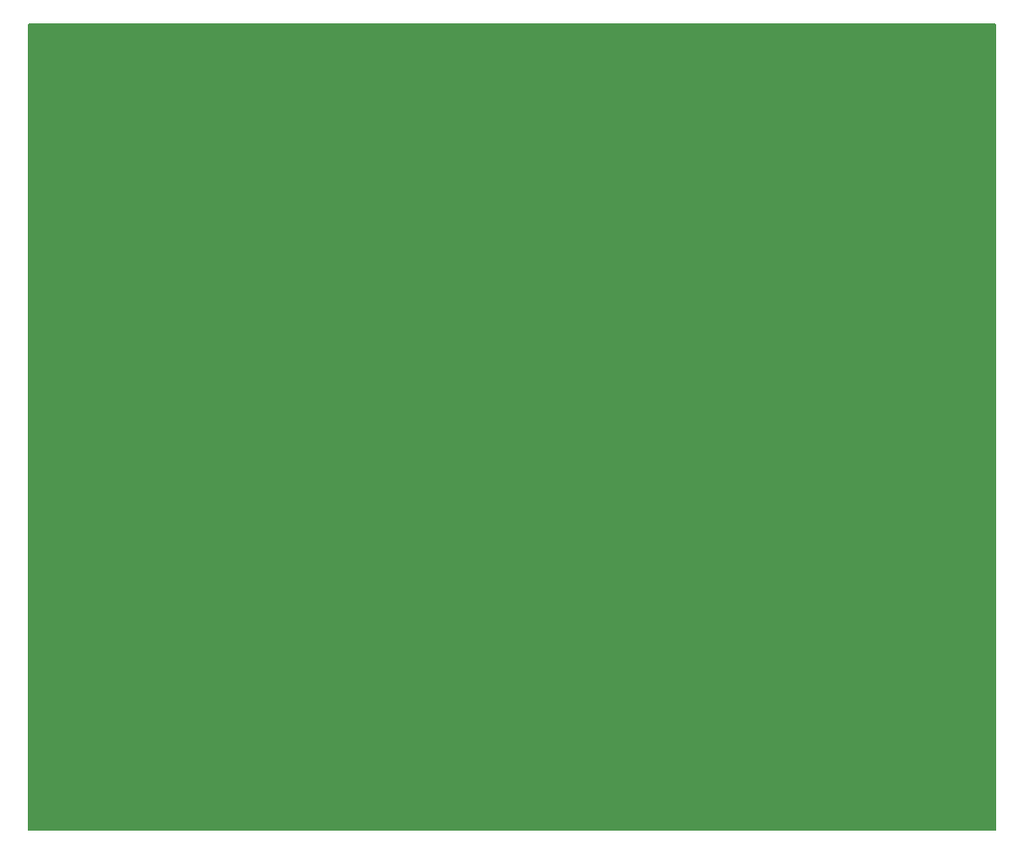
<source format=gbl>
%TF.GenerationSoftware,KiCad,Pcbnew,8.0.4*%
%TF.CreationDate,2024-08-26T14:53:49-04:00*%
%TF.ProjectId,S-Band_1W_R1,532d4261-6e64-45f3-9157-5f52312e6b69,0*%
%TF.SameCoordinates,Original*%
%TF.FileFunction,Copper,L2,Bot*%
%TF.FilePolarity,Positive*%
%FSLAX46Y46*%
G04 Gerber Fmt 4.6, Leading zero omitted, Abs format (unit mm)*
G04 Created by KiCad (PCBNEW 8.0.4) date 2024-08-26 14:53:49*
%MOMM*%
%LPD*%
G01*
G04 APERTURE LIST*
%TA.AperFunction,ComponentPad*%
%ADD10C,0.635000*%
%TD*%
%TA.AperFunction,SMDPad,CuDef*%
%ADD11R,4.572000X1.016000*%
%TD*%
%TA.AperFunction,HeatsinkPad*%
%ADD12C,0.635000*%
%TD*%
%TA.AperFunction,ViaPad*%
%ADD13C,0.635000*%
%TD*%
%TA.AperFunction,ViaPad*%
%ADD14C,2.794000*%
%TD*%
G04 APERTURE END LIST*
D10*
%TO.P,J1,0*%
%TO.N,GND*%
X106172000Y-63754000D03*
X106172000Y-58166000D03*
X105664000Y-64516000D03*
X105664000Y-57404000D03*
X105156000Y-63754000D03*
X105156000Y-58166000D03*
X104648000Y-64516000D03*
X104648000Y-57404000D03*
X104140000Y-63754000D03*
X104140000Y-58166000D03*
D11*
X103962200Y-63728600D03*
X103962200Y-58191400D03*
D10*
X103632000Y-64516000D03*
X103632000Y-57404000D03*
X103124000Y-63754000D03*
X103124000Y-58166000D03*
X102616000Y-64516000D03*
X102616000Y-57404000D03*
X102108000Y-63754000D03*
X102108000Y-58166000D03*
%TD*%
%TO.P,J3,0*%
%TO.N,GND*%
X106172000Y-91694000D03*
X106172000Y-86106000D03*
X105664000Y-92456000D03*
X105664000Y-85344000D03*
X105156000Y-91694000D03*
X105156000Y-86106000D03*
X104648000Y-92456000D03*
X104648000Y-85344000D03*
X104140000Y-91694000D03*
X104140000Y-86106000D03*
D11*
X103962200Y-91668600D03*
X103962200Y-86131400D03*
D10*
X103632000Y-92456000D03*
X103632000Y-85344000D03*
X103124000Y-91694000D03*
X103124000Y-86106000D03*
X102616000Y-92456000D03*
X102616000Y-85344000D03*
X102108000Y-91694000D03*
X102108000Y-86106000D03*
%TD*%
%TO.P,J2,0*%
%TO.N,GND*%
X188468000Y-58166000D03*
X188468000Y-63754000D03*
X188976000Y-57404000D03*
X188976000Y-64516000D03*
X189484000Y-58166000D03*
X189484000Y-63754000D03*
X189992000Y-57404000D03*
X189992000Y-64516000D03*
X190500000Y-58166000D03*
X190500000Y-63754000D03*
D11*
X190677800Y-58191400D03*
X190677800Y-63728600D03*
D10*
X191008000Y-57404000D03*
X191008000Y-64516000D03*
X191516000Y-58166000D03*
X191516000Y-63754000D03*
X192024000Y-57404000D03*
X192024000Y-64516000D03*
X192532000Y-58166000D03*
X192532000Y-63754000D03*
%TD*%
%TO.P,J4,0*%
%TO.N,GND*%
X188468000Y-86106000D03*
X188468000Y-91694000D03*
X188976000Y-85344000D03*
X188976000Y-92456000D03*
X189484000Y-86106000D03*
X189484000Y-91694000D03*
X189992000Y-85344000D03*
X189992000Y-92456000D03*
X190500000Y-86106000D03*
X190500000Y-91694000D03*
D11*
X190677800Y-86131400D03*
X190677800Y-91668600D03*
D10*
X191008000Y-85344000D03*
X191008000Y-92456000D03*
X191516000Y-86106000D03*
X191516000Y-91694000D03*
X192024000Y-85344000D03*
X192024000Y-92456000D03*
X192532000Y-86106000D03*
X192532000Y-91694000D03*
%TD*%
D12*
%TO.P,U1,0*%
%TO.N,GND*%
X146304000Y-86410800D03*
X146362500Y-84861400D03*
X146812000Y-85648800D03*
X146812000Y-87172800D03*
X146862800Y-84124800D03*
X147320000Y-84886800D03*
X147320000Y-86410800D03*
X147320000Y-87934800D03*
X147320000Y-88696800D03*
X147320000Y-89458800D03*
X147828000Y-84124800D03*
X147828000Y-85648800D03*
X147828000Y-87172800D03*
X148336000Y-84861400D03*
X148336000Y-86410800D03*
%TD*%
D10*
%TO.P,J5,0*%
%TO.N,GND*%
X106172000Y-119634000D03*
X106172000Y-114046000D03*
X105664000Y-120396000D03*
X105664000Y-113284000D03*
X105156000Y-119634000D03*
X105156000Y-114046000D03*
X104648000Y-120396000D03*
X104648000Y-113284000D03*
X104140000Y-119634000D03*
X104140000Y-114046000D03*
D11*
X103962200Y-119608600D03*
X103962200Y-114071400D03*
D10*
X103632000Y-120396000D03*
X103632000Y-113284000D03*
X103124000Y-119634000D03*
X103124000Y-114046000D03*
X102616000Y-120396000D03*
X102616000Y-113284000D03*
X102108000Y-119634000D03*
X102108000Y-114046000D03*
%TD*%
%TO.P,J6,0*%
%TO.N,GND*%
X188468000Y-114046000D03*
X188468000Y-119634000D03*
X188976000Y-113284000D03*
X188976000Y-120396000D03*
X189484000Y-114046000D03*
X189484000Y-119634000D03*
X189992000Y-113284000D03*
X189992000Y-120396000D03*
X190500000Y-114046000D03*
X190500000Y-119634000D03*
D11*
X190677800Y-114071400D03*
X190677800Y-119608600D03*
D10*
X191008000Y-113284000D03*
X191008000Y-120396000D03*
X191516000Y-114046000D03*
X191516000Y-119634000D03*
X192024000Y-113284000D03*
X192024000Y-120396000D03*
X192532000Y-114046000D03*
X192532000Y-119634000D03*
%TD*%
D13*
%TO.N,GND*%
X142748000Y-93980000D03*
X179324000Y-51308000D03*
X184404000Y-72898000D03*
X184404000Y-108966000D03*
X136652000Y-64770000D03*
X181356000Y-126492000D03*
X149352000Y-63754000D03*
X110236000Y-104902000D03*
X132588000Y-110998000D03*
X109220000Y-51308000D03*
X145542000Y-103378000D03*
X120396000Y-96774000D03*
X192532000Y-110998000D03*
X176276000Y-126492000D03*
X151384000Y-120142000D03*
X116332000Y-122428000D03*
X106172000Y-94742000D03*
X114300000Y-78994000D03*
X102108000Y-125476000D03*
X175260000Y-114808000D03*
X132588000Y-102870000D03*
X102108000Y-102870000D03*
X170180000Y-126492000D03*
X136652000Y-58928000D03*
X190500000Y-72898000D03*
X108204000Y-76962000D03*
X118364000Y-114808000D03*
X151892000Y-53340000D03*
X112268000Y-55372000D03*
X166116000Y-94742000D03*
X174244000Y-70866000D03*
X111252000Y-62992000D03*
X186436000Y-106934000D03*
X118364000Y-126492000D03*
X184404000Y-113030000D03*
X145796000Y-126492000D03*
X176276000Y-114808000D03*
X173228000Y-86868000D03*
X126492000Y-78994000D03*
X176276000Y-57404000D03*
X174244000Y-98806000D03*
X171196000Y-62992000D03*
X132588000Y-78994000D03*
X113284000Y-62992000D03*
X114300000Y-94742000D03*
X184404000Y-102870000D03*
X162052000Y-78994000D03*
X151892000Y-104902000D03*
X115316000Y-114808000D03*
X167132000Y-51308000D03*
X170180000Y-94742000D03*
X172212000Y-110998000D03*
X174244000Y-124460000D03*
X155956000Y-74930000D03*
X172212000Y-53340000D03*
X147828000Y-76962000D03*
X145542000Y-102362000D03*
X110236000Y-62992000D03*
X157988000Y-74930000D03*
X180340000Y-76962000D03*
X132588000Y-92710000D03*
X141732000Y-58928000D03*
X145542000Y-110490000D03*
X134620000Y-53340000D03*
X153924000Y-98806000D03*
X170180000Y-58928000D03*
X155956000Y-106934000D03*
X155956000Y-86868000D03*
X139700000Y-86868000D03*
X138684000Y-53340000D03*
X130556000Y-86868000D03*
X186436000Y-74930000D03*
X151892000Y-81026000D03*
X134620000Y-100838000D03*
X157988000Y-76962000D03*
X146304000Y-56642000D03*
X114300000Y-72898000D03*
X114300000Y-85090000D03*
X178308000Y-106934000D03*
X182372000Y-122428000D03*
X160020000Y-110998000D03*
X167132000Y-86868000D03*
X156972000Y-126492000D03*
X130556000Y-72898000D03*
X106172000Y-55372000D03*
X146812000Y-53340000D03*
X130556000Y-81026000D03*
X178308000Y-126492000D03*
X124460000Y-122428000D03*
X122428000Y-51308000D03*
X149098000Y-103378000D03*
X136652000Y-114808000D03*
X146812000Y-66802000D03*
X157988000Y-96774000D03*
X132588000Y-66802000D03*
X191516000Y-51308000D03*
X162052000Y-106934000D03*
X167132000Y-90932000D03*
X142748000Y-81026000D03*
X128524000Y-90932000D03*
X124460000Y-114808000D03*
X179324000Y-62992000D03*
X110236000Y-106934000D03*
X153924000Y-124460000D03*
X120396000Y-100838000D03*
X160020000Y-72898000D03*
X122428000Y-124460000D03*
X104140000Y-76962000D03*
X160020000Y-118872000D03*
X178308000Y-122428000D03*
X172212000Y-72898000D03*
X140716000Y-102870000D03*
X132588000Y-85090000D03*
X166116000Y-74930000D03*
X184404000Y-86868000D03*
X143764000Y-90932000D03*
X149860000Y-74930000D03*
X110236000Y-57404000D03*
X157988000Y-106934000D03*
X182372000Y-85090000D03*
X134620000Y-113030000D03*
X106172000Y-51308000D03*
X180340000Y-70866000D03*
X172212000Y-118872000D03*
X120396000Y-72898000D03*
X168148000Y-102870000D03*
X116332000Y-113030000D03*
X120396000Y-124460000D03*
D14*
X105410000Y-109220000D03*
D13*
X157988000Y-90932000D03*
X102108000Y-98806000D03*
X114300000Y-66802000D03*
X157988000Y-120396000D03*
X142748000Y-110998000D03*
X149352000Y-120142000D03*
X102108000Y-74930000D03*
X187452000Y-119634000D03*
X116332000Y-51308000D03*
X176276000Y-102870000D03*
X176276000Y-104902000D03*
X128524000Y-126492000D03*
X114300000Y-70866000D03*
X114300000Y-122428000D03*
X136652000Y-120396000D03*
X124460000Y-120396000D03*
X164084000Y-113030000D03*
X178308000Y-81026000D03*
X184404000Y-57404000D03*
X108204000Y-113030000D03*
X102108000Y-82042000D03*
X124460000Y-78994000D03*
X160020000Y-104902000D03*
X123444000Y-126492000D03*
X140716000Y-66802000D03*
X143764000Y-86868000D03*
X182372000Y-110998000D03*
X110236000Y-81026000D03*
X102108000Y-105918000D03*
X155956000Y-114808000D03*
X134620000Y-92710000D03*
X112268000Y-122428000D03*
X185420000Y-63246000D03*
X173228000Y-62992000D03*
X138684000Y-98806000D03*
X179324000Y-58928000D03*
X144272000Y-120142000D03*
X122428000Y-72898000D03*
X131572000Y-51308000D03*
X126492000Y-120396000D03*
X186436000Y-68834000D03*
X152908000Y-90932000D03*
X110236000Y-74930000D03*
X131572000Y-58928000D03*
X118364000Y-100838000D03*
X160020000Y-102870000D03*
X192532000Y-106934000D03*
X183388000Y-86868000D03*
X160020000Y-122428000D03*
X155956000Y-58928000D03*
X170180000Y-76962000D03*
X114300000Y-90932000D03*
X192532000Y-98806000D03*
X153924000Y-74930000D03*
X130556000Y-58928000D03*
X120396000Y-118872000D03*
X178308000Y-85090000D03*
X110236000Y-58928000D03*
X114300000Y-58928000D03*
X108204000Y-126492000D03*
X131572000Y-118872000D03*
X182372000Y-68834000D03*
D14*
X189230000Y-53340000D03*
D13*
X184404000Y-81026000D03*
X170180000Y-83058000D03*
X134620000Y-68834000D03*
X153924000Y-108966000D03*
X106172000Y-110998000D03*
X165100000Y-86868000D03*
X126492000Y-53340000D03*
X180340000Y-118872000D03*
X114300000Y-55372000D03*
X166116000Y-83058000D03*
X144780000Y-62992000D03*
X132588000Y-72898000D03*
X123444000Y-114808000D03*
X138684000Y-81026000D03*
X165100000Y-126492000D03*
X132588000Y-98806000D03*
X113284000Y-126492000D03*
X178308000Y-68834000D03*
X141224000Y-119888000D03*
X140716000Y-104902000D03*
X155956000Y-100838000D03*
X183388000Y-62992000D03*
X132588000Y-58928000D03*
X112268000Y-113030000D03*
X134620000Y-66802000D03*
X112268000Y-74930000D03*
X102108000Y-72898000D03*
X138684000Y-122428000D03*
X173228000Y-126492000D03*
X184404000Y-66802000D03*
X134620000Y-118872000D03*
X102108000Y-51308000D03*
X130556000Y-106934000D03*
X186436000Y-70866000D03*
X129540000Y-118872000D03*
X134620000Y-94742000D03*
X186436000Y-64770000D03*
X192532000Y-74930000D03*
X163068000Y-51308000D03*
X153924000Y-62992000D03*
X136652000Y-110998000D03*
X186436000Y-81026000D03*
X161036000Y-62992000D03*
X141732000Y-86868000D03*
X161036000Y-114808000D03*
X116332000Y-62992000D03*
X166116000Y-120396000D03*
X174244000Y-57404000D03*
X126492000Y-118872000D03*
X174244000Y-120396000D03*
X153924000Y-55372000D03*
X127508000Y-114808000D03*
X122428000Y-102870000D03*
X107188000Y-63754000D03*
X188468000Y-94742000D03*
X177292000Y-86868000D03*
X164084000Y-94742000D03*
X157988000Y-81026000D03*
X114300000Y-126492000D03*
X182372000Y-66802000D03*
X104140000Y-106934000D03*
X160020000Y-57404000D03*
X138684000Y-76962000D03*
X115316000Y-58928000D03*
X165100000Y-58928000D03*
X172212000Y-124460000D03*
X127508000Y-86868000D03*
X126492000Y-96774000D03*
X106172000Y-122428000D03*
X134620000Y-64770000D03*
X174244000Y-104902000D03*
X116332000Y-90932000D03*
X131572000Y-90932000D03*
X142748000Y-122428000D03*
X147828000Y-81026000D03*
X172212000Y-78994000D03*
X134620000Y-90932000D03*
X167132000Y-118872000D03*
D14*
X189230000Y-96520000D03*
D13*
X151892000Y-62992000D03*
X102108000Y-101854000D03*
X182372000Y-58928000D03*
X126492000Y-104902000D03*
X132588000Y-64770000D03*
X184404000Y-64770000D03*
X163068000Y-114808000D03*
X104140000Y-72898000D03*
X128524000Y-114808000D03*
D14*
X105410000Y-81280000D03*
D13*
X134620000Y-86868000D03*
X174244000Y-96774000D03*
X118364000Y-122428000D03*
X160020000Y-55372000D03*
X153924000Y-113030000D03*
X170180000Y-68834000D03*
X184404000Y-104902000D03*
X135636000Y-90932000D03*
X192532000Y-75946000D03*
X164084000Y-72898000D03*
X182372000Y-104902000D03*
X124460000Y-102870000D03*
X155956000Y-66802000D03*
X120396000Y-114808000D03*
X118364000Y-81026000D03*
X102108000Y-76962000D03*
X152908000Y-58928000D03*
X131572000Y-62992000D03*
X122428000Y-94742000D03*
X192532000Y-69850000D03*
X126492000Y-126492000D03*
X118364000Y-76962000D03*
X134620000Y-74930000D03*
X159004000Y-51308000D03*
X168148000Y-53340000D03*
X153924000Y-110998000D03*
X126492000Y-55372000D03*
X142748000Y-58928000D03*
X118364000Y-62992000D03*
X188468000Y-122428000D03*
X140716000Y-78994000D03*
X166116000Y-106934000D03*
X176276000Y-85090000D03*
X146812000Y-98806000D03*
X142748000Y-64770000D03*
X172212000Y-96774000D03*
X128524000Y-86868000D03*
X112268000Y-62992000D03*
X156972000Y-58928000D03*
X162052000Y-76962000D03*
X186436000Y-119380000D03*
X192532000Y-65786000D03*
X161036000Y-51308000D03*
X184404000Y-76962000D03*
X156972000Y-62992000D03*
X121412000Y-114808000D03*
X123444000Y-62992000D03*
X166116000Y-57404000D03*
X120396000Y-55372000D03*
X167132000Y-114808000D03*
X113284000Y-118872000D03*
X120396000Y-51308000D03*
X129540000Y-62992000D03*
X110236000Y-122428000D03*
X186436000Y-100838000D03*
X174244000Y-51308000D03*
X106172000Y-70866000D03*
X187452000Y-126492000D03*
X170180000Y-120396000D03*
X186436000Y-57404000D03*
X174244000Y-108966000D03*
X170180000Y-114808000D03*
X176276000Y-108966000D03*
X188468000Y-110998000D03*
X142748000Y-83058000D03*
X143764000Y-58928000D03*
X147320000Y-56642000D03*
X122428000Y-113030000D03*
X123444000Y-58928000D03*
X192532000Y-82042000D03*
X114300000Y-96774000D03*
X138684000Y-108966000D03*
X182372000Y-113030000D03*
X136652000Y-98806000D03*
X118364000Y-70866000D03*
X110236000Y-86868000D03*
X116332000Y-78994000D03*
X153924000Y-66802000D03*
X190500000Y-106934000D03*
X130556000Y-62992000D03*
X102108000Y-70866000D03*
X149860000Y-51308000D03*
X184404000Y-53340000D03*
X162052000Y-110998000D03*
X142748000Y-53340000D03*
X160020000Y-74930000D03*
X137668000Y-90932000D03*
X128524000Y-113030000D03*
X164084000Y-106934000D03*
X125476000Y-51308000D03*
X145542000Y-108458000D03*
X124460000Y-85090000D03*
X136652000Y-62992000D03*
X123444000Y-86868000D03*
X131572000Y-114808000D03*
X136652000Y-94742000D03*
X124460000Y-55372000D03*
D14*
X105410000Y-53340000D03*
D13*
X108204000Y-122428000D03*
X124460000Y-57404000D03*
D14*
X105410000Y-124460000D03*
D13*
X128524000Y-78994000D03*
X126492000Y-122428000D03*
X121412000Y-90932000D03*
X149098000Y-113538000D03*
X146812000Y-78994000D03*
X149860000Y-55372000D03*
X153924000Y-106934000D03*
X136652000Y-53340000D03*
X160020000Y-64770000D03*
X124460000Y-106934000D03*
X140716000Y-74930000D03*
X125476000Y-62992000D03*
X151892000Y-108966000D03*
X147828000Y-72898000D03*
X166116000Y-108966000D03*
X126492000Y-66802000D03*
X149860000Y-100838000D03*
X109220000Y-91186000D03*
X115316000Y-86868000D03*
X170180000Y-102870000D03*
X151892000Y-55372000D03*
X108204000Y-102870000D03*
X178308000Y-90932000D03*
X178308000Y-58928000D03*
X130556000Y-114808000D03*
X157988000Y-124460000D03*
X167132000Y-126492000D03*
X181356000Y-86868000D03*
X176276000Y-83058000D03*
X133604000Y-90932000D03*
X116332000Y-55372000D03*
X180340000Y-78994000D03*
X174244000Y-83058000D03*
X177292000Y-90932000D03*
X187452000Y-51308000D03*
X130556000Y-108966000D03*
X110236000Y-96774000D03*
X151892000Y-58928000D03*
X164084000Y-104902000D03*
X140716000Y-108966000D03*
X149098000Y-110490000D03*
X177292000Y-114808000D03*
X145288000Y-57150000D03*
X166116000Y-81026000D03*
X124460000Y-124460000D03*
X160020000Y-76962000D03*
X157988000Y-86868000D03*
X182372000Y-126492000D03*
X108204000Y-53340000D03*
X138684000Y-120396000D03*
X120396000Y-76962000D03*
X112268000Y-70866000D03*
X155956000Y-126492000D03*
X102108000Y-100838000D03*
X108204000Y-106934000D03*
X157988000Y-70866000D03*
X116332000Y-102870000D03*
X149860000Y-76962000D03*
X130556000Y-90932000D03*
X182372000Y-98806000D03*
X150876000Y-51308000D03*
X192532000Y-95758000D03*
X185420000Y-119126000D03*
X102108000Y-77978000D03*
X164084000Y-96774000D03*
X118364000Y-124460000D03*
X162052000Y-120396000D03*
X178308000Y-78994000D03*
X124460000Y-113030000D03*
X146304000Y-120142000D03*
X170180000Y-92710000D03*
X153924000Y-100838000D03*
X164084000Y-62992000D03*
X166116000Y-104902000D03*
X136652000Y-76962000D03*
X169164000Y-126492000D03*
X174244000Y-106934000D03*
X110236000Y-124460000D03*
X110236000Y-126492000D03*
X144780000Y-86868000D03*
X142748000Y-85090000D03*
X139700000Y-114808000D03*
X184404000Y-92710000D03*
X120396000Y-64770000D03*
X171196000Y-90932000D03*
X178308000Y-100838000D03*
X104140000Y-100838000D03*
X174244000Y-66802000D03*
X184404000Y-124460000D03*
X108204000Y-100838000D03*
X153924000Y-51308000D03*
X118364000Y-78994000D03*
X170180000Y-104902000D03*
X140716000Y-110998000D03*
X120396000Y-62992000D03*
X118364000Y-85090000D03*
X114300000Y-98806000D03*
X192532000Y-84074000D03*
X162052000Y-108966000D03*
X144780000Y-66802000D03*
X141224000Y-113792000D03*
X157988000Y-62992000D03*
X103124000Y-126492000D03*
X190500000Y-70866000D03*
X110236000Y-90932000D03*
X106172000Y-106934000D03*
X102108000Y-66802000D03*
X176276000Y-92710000D03*
X170180000Y-85090000D03*
X106172000Y-78994000D03*
X116332000Y-85090000D03*
X138684000Y-110998000D03*
X136652000Y-106934000D03*
X140716000Y-70866000D03*
X110236000Y-100838000D03*
X122428000Y-62992000D03*
X154940000Y-58928000D03*
X110236000Y-85090000D03*
X179324000Y-126492000D03*
X145288000Y-120142000D03*
X142748000Y-78994000D03*
X138684000Y-92710000D03*
X157988000Y-57404000D03*
X162052000Y-122428000D03*
X144780000Y-96774000D03*
X163068000Y-86868000D03*
X187452000Y-63754000D03*
X120396000Y-74930000D03*
X180340000Y-104902000D03*
X138684000Y-78994000D03*
X179324000Y-86868000D03*
X108204000Y-110998000D03*
X114300000Y-113030000D03*
X149098000Y-105410000D03*
X107188000Y-114046000D03*
X188468000Y-66802000D03*
X128524000Y-100838000D03*
X143764000Y-126492000D03*
X115316000Y-118872000D03*
X136652000Y-74930000D03*
X155956000Y-83058000D03*
X102108000Y-67818000D03*
X170180000Y-78994000D03*
X146812000Y-72898000D03*
X170180000Y-66802000D03*
X138684000Y-96774000D03*
X125476000Y-126492000D03*
X124460000Y-110998000D03*
X142748000Y-124460000D03*
X164084000Y-74930000D03*
X108204000Y-108966000D03*
X115316000Y-62992000D03*
X110236000Y-64770000D03*
X116332000Y-70866000D03*
X108204000Y-114300000D03*
X120396000Y-122428000D03*
X110236000Y-108966000D03*
X130556000Y-85090000D03*
X142748000Y-92710000D03*
X156972000Y-86868000D03*
X157988000Y-102870000D03*
X108204000Y-58420000D03*
X106172000Y-104902000D03*
X134620000Y-104902000D03*
X118364000Y-86868000D03*
X144780000Y-53340000D03*
X180340000Y-74930000D03*
X176276000Y-100838000D03*
X177292000Y-62992000D03*
X104140000Y-122428000D03*
X168148000Y-58928000D03*
X102108000Y-53340000D03*
X128524000Y-118872000D03*
X153924000Y-53340000D03*
X132588000Y-120396000D03*
X178308000Y-102870000D03*
X151892000Y-86868000D03*
X102108000Y-55372000D03*
X170180000Y-100838000D03*
X129540000Y-126492000D03*
X113284000Y-58928000D03*
X136652000Y-68834000D03*
X155956000Y-92710000D03*
X162052000Y-81026000D03*
X132588000Y-100838000D03*
X166116000Y-96774000D03*
X113284000Y-51308000D03*
X132588000Y-62992000D03*
X108204000Y-81026000D03*
X164084000Y-118872000D03*
X165100000Y-118872000D03*
X146812000Y-94742000D03*
X132588000Y-114808000D03*
X115316000Y-90932000D03*
X149860000Y-58928000D03*
X184404000Y-51308000D03*
X138684000Y-86868000D03*
X114300000Y-81026000D03*
X164084000Y-85090000D03*
X180340000Y-53340000D03*
X106172000Y-76962000D03*
X130556000Y-98806000D03*
X164084000Y-126492000D03*
X184404000Y-110998000D03*
X192532000Y-94742000D03*
X132588000Y-106934000D03*
X192532000Y-100838000D03*
X106172000Y-83058000D03*
X192532000Y-108966000D03*
X177292000Y-51308000D03*
X148336000Y-65278000D03*
X160020000Y-108966000D03*
X145542000Y-106426000D03*
X129540000Y-114808000D03*
X112268000Y-57404000D03*
X122428000Y-108966000D03*
X144780000Y-90932000D03*
X102108000Y-106934000D03*
X160020000Y-98806000D03*
X174244000Y-118872000D03*
X172212000Y-126492000D03*
X184404000Y-68834000D03*
X170180000Y-57404000D03*
X153924000Y-58928000D03*
X147828000Y-51308000D03*
X174244000Y-55372000D03*
X188468000Y-78994000D03*
X130556000Y-76962000D03*
X118364000Y-102870000D03*
X153924000Y-94742000D03*
X128524000Y-96774000D03*
X124460000Y-68834000D03*
X128524000Y-120396000D03*
X173228000Y-114808000D03*
X153416000Y-119888000D03*
X142748000Y-72898000D03*
X190500000Y-100838000D03*
X104140000Y-51308000D03*
X126492000Y-58928000D03*
X146812000Y-68834000D03*
X111252000Y-58928000D03*
X172212000Y-104902000D03*
X128524000Y-110998000D03*
X132588000Y-94742000D03*
X160020000Y-106934000D03*
X118364000Y-108966000D03*
X155956000Y-102870000D03*
X136652000Y-78994000D03*
X176276000Y-72898000D03*
X146812000Y-90932000D03*
X147828000Y-74930000D03*
X112268000Y-68834000D03*
X172212000Y-90932000D03*
X182372000Y-62992000D03*
X126492000Y-92710000D03*
X122428000Y-78994000D03*
X157988000Y-83058000D03*
X180340000Y-122428000D03*
X184404000Y-126492000D03*
X184404000Y-83058000D03*
X113284000Y-90932000D03*
X157988000Y-114808000D03*
X184404000Y-62992000D03*
X160020000Y-85090000D03*
X136652000Y-104902000D03*
X188468000Y-98806000D03*
X186436000Y-86360000D03*
X190500000Y-122428000D03*
X149860000Y-98806000D03*
X168148000Y-55372000D03*
X172212000Y-102870000D03*
X151892000Y-66802000D03*
X109220000Y-58674000D03*
X120396000Y-57404000D03*
X114300000Y-92710000D03*
X192532000Y-96774000D03*
X178308000Y-94742000D03*
X181356000Y-62992000D03*
X144780000Y-83058000D03*
X146050000Y-92221050D03*
X136652000Y-100838000D03*
X132588000Y-74930000D03*
X176276000Y-110998000D03*
X119380000Y-62992000D03*
X122428000Y-58928000D03*
D14*
X189230000Y-68580000D03*
D13*
X176276000Y-58928000D03*
X102108000Y-99822000D03*
X132588000Y-81026000D03*
X155956000Y-64770000D03*
X182372000Y-57404000D03*
X164084000Y-108966000D03*
X159004000Y-118872000D03*
X151892000Y-106934000D03*
X157988000Y-98806000D03*
X143764000Y-51308000D03*
X166116000Y-110998000D03*
X120396000Y-104902000D03*
X124460000Y-81026000D03*
X128524000Y-85090000D03*
X130556000Y-83058000D03*
X140716000Y-90932000D03*
X124460000Y-92710000D03*
X122428000Y-83058000D03*
X142748000Y-90932000D03*
X182372000Y-76962000D03*
X164084000Y-57404000D03*
X162052000Y-113030000D03*
X112268000Y-108966000D03*
X157988000Y-100838000D03*
X162052000Y-64770000D03*
X182372000Y-51308000D03*
X112268000Y-64770000D03*
X186436000Y-104902000D03*
X134620000Y-96774000D03*
X157988000Y-108966000D03*
X108204000Y-92710000D03*
X122428000Y-64770000D03*
X162052000Y-68834000D03*
X159004000Y-90932000D03*
X157988000Y-94742000D03*
X112268000Y-51308000D03*
X157988000Y-126492000D03*
X178308000Y-55372000D03*
X125476000Y-90932000D03*
X154940000Y-62992000D03*
X175260000Y-58928000D03*
X162052000Y-58928000D03*
X132588000Y-108966000D03*
X138684000Y-126492000D03*
X153924000Y-76962000D03*
X186436000Y-85090000D03*
X146812000Y-81026000D03*
X180340000Y-72898000D03*
X151892000Y-68834000D03*
X168148000Y-108966000D03*
X154940000Y-114808000D03*
X153924000Y-122428000D03*
X192532000Y-107950000D03*
X110236000Y-51308000D03*
X139700000Y-90932000D03*
X132588000Y-83058000D03*
X164084000Y-64770000D03*
X155956000Y-53340000D03*
X102108000Y-68834000D03*
X178308000Y-74930000D03*
X124460000Y-118872000D03*
X170180000Y-51308000D03*
X134620000Y-108966000D03*
X109220000Y-63246000D03*
X120396000Y-126492000D03*
X168148000Y-113030000D03*
X122428000Y-126492000D03*
X148336000Y-101854000D03*
X144780000Y-51308000D03*
X134620000Y-124460000D03*
X176276000Y-53340000D03*
X110236000Y-98806000D03*
X186436000Y-92710000D03*
X164084000Y-92710000D03*
X176276000Y-64770000D03*
X108204000Y-94742000D03*
X118364000Y-120396000D03*
X152400000Y-120142000D03*
X140716000Y-106934000D03*
X184404000Y-120396000D03*
X142748000Y-126492000D03*
X162052000Y-114808000D03*
X116332000Y-76962000D03*
X175260000Y-126492000D03*
X142748000Y-108966000D03*
X178308000Y-110998000D03*
X126492000Y-72898000D03*
X192532000Y-123444000D03*
X162052000Y-86868000D03*
X112268000Y-110998000D03*
X102108000Y-69850000D03*
X153924000Y-78994000D03*
X168148000Y-70866000D03*
X172212000Y-120396000D03*
X170180000Y-108966000D03*
X160020000Y-92710000D03*
X108204000Y-74930000D03*
X182372000Y-83058000D03*
X108204000Y-124460000D03*
X168148000Y-72898000D03*
X112268000Y-100838000D03*
X192532000Y-101854000D03*
X120396000Y-81026000D03*
X126492000Y-98806000D03*
X192532000Y-56388000D03*
X185420000Y-58674000D03*
X138684000Y-58928000D03*
X169164000Y-58928000D03*
X122428000Y-106934000D03*
X153924000Y-104902000D03*
X149098000Y-112522000D03*
X178308000Y-118872000D03*
X156972000Y-114808000D03*
X166116000Y-64770000D03*
X169164000Y-114808000D03*
X128524000Y-124460000D03*
X153924000Y-86868000D03*
X114300000Y-124460000D03*
X174244000Y-94742000D03*
X104140000Y-94742000D03*
X128524000Y-94742000D03*
X111252000Y-90932000D03*
X140716000Y-122428000D03*
X135636000Y-58928000D03*
X117348000Y-62992000D03*
X155956000Y-104902000D03*
X182372000Y-90932000D03*
X118364000Y-118872000D03*
X192532000Y-77978000D03*
X161036000Y-86868000D03*
X129540000Y-58928000D03*
X148590000Y-96031050D03*
X180340000Y-58928000D03*
X126492000Y-68834000D03*
X104140000Y-110998000D03*
X181356000Y-51308000D03*
X184404000Y-74930000D03*
X121412000Y-126492000D03*
X128524000Y-81026000D03*
X151892000Y-83058000D03*
X140716000Y-118872000D03*
X112268000Y-76962000D03*
X166116000Y-126492000D03*
X176276000Y-66802000D03*
X154940000Y-118872000D03*
X128524000Y-98806000D03*
X192532000Y-51308000D03*
X155956000Y-70866000D03*
X124460000Y-66802000D03*
X182372000Y-74930000D03*
X153924000Y-92710000D03*
X165100000Y-62992000D03*
X140716000Y-81026000D03*
X128524000Y-57404000D03*
X122428000Y-92710000D03*
X137668000Y-86868000D03*
X130556000Y-68834000D03*
X164084000Y-55372000D03*
X160020000Y-113030000D03*
X135636000Y-51308000D03*
X192532000Y-52324000D03*
X144780000Y-76962000D03*
X108204000Y-85090000D03*
X136652000Y-124460000D03*
X151892000Y-94742000D03*
X159004000Y-114808000D03*
X179324000Y-90932000D03*
X162052000Y-72898000D03*
X156972000Y-90932000D03*
X175260000Y-51308000D03*
X109220000Y-119126000D03*
X162052000Y-55372000D03*
X186436000Y-51308000D03*
X136652000Y-108966000D03*
X132588000Y-55372000D03*
X145288000Y-63754000D03*
X124460000Y-98806000D03*
X142748000Y-51308000D03*
X153924000Y-57404000D03*
X116332000Y-66802000D03*
X168148000Y-104902000D03*
X168148000Y-78994000D03*
X168148000Y-92710000D03*
X122428000Y-81026000D03*
X132588000Y-53340000D03*
X118364000Y-104902000D03*
X183388000Y-58928000D03*
X124460000Y-94742000D03*
X164084000Y-68834000D03*
X174244000Y-76962000D03*
X186436000Y-76962000D03*
X164084000Y-76962000D03*
X186436000Y-91440000D03*
X154940000Y-126492000D03*
X162052000Y-57404000D03*
X164084000Y-122428000D03*
X121412000Y-118872000D03*
X110236000Y-68834000D03*
X118364000Y-51308000D03*
X161036000Y-126492000D03*
X130556000Y-66802000D03*
X172212000Y-57404000D03*
X178308000Y-120396000D03*
X149860000Y-83058000D03*
X155956000Y-108966000D03*
X143764000Y-62992000D03*
X137668000Y-62992000D03*
X148844000Y-126492000D03*
X111252000Y-126492000D03*
X147320000Y-101854000D03*
X102108000Y-81026000D03*
X157988000Y-78994000D03*
X116332000Y-57404000D03*
X178308000Y-57404000D03*
X120396000Y-68834000D03*
X140716000Y-76962000D03*
X163068000Y-62992000D03*
X136652000Y-102870000D03*
X126492000Y-51308000D03*
X184404000Y-114808000D03*
X178308000Y-72898000D03*
X102108000Y-95758000D03*
X168148000Y-76962000D03*
X136652000Y-122428000D03*
X192532000Y-122428000D03*
X184404000Y-78994000D03*
X166116000Y-98806000D03*
X145542000Y-104394000D03*
X107188000Y-91694000D03*
X170180000Y-118872000D03*
X176276000Y-76962000D03*
X155956000Y-85090000D03*
X153924000Y-72898000D03*
X122428000Y-86868000D03*
X114300000Y-118872000D03*
X134620000Y-85090000D03*
X147828000Y-53340000D03*
X182372000Y-100838000D03*
X172212000Y-70866000D03*
X184404000Y-122428000D03*
X132588000Y-86868000D03*
X168148000Y-74930000D03*
X148844000Y-90932000D03*
X147320000Y-65278000D03*
X164084000Y-110998000D03*
X184404000Y-58928000D03*
X136652000Y-85090000D03*
X146812000Y-70866000D03*
X136652000Y-70866000D03*
X108204000Y-86360000D03*
X146812000Y-122428000D03*
X155956000Y-62992000D03*
X132588000Y-70866000D03*
X182372000Y-120396000D03*
X174244000Y-64770000D03*
X149098000Y-107442000D03*
X128524000Y-62992000D03*
X168148000Y-94742000D03*
X168148000Y-124460000D03*
X172212000Y-122428000D03*
X180340000Y-113030000D03*
X141732000Y-90932000D03*
X138684000Y-72898000D03*
X133604000Y-62992000D03*
X176276000Y-122428000D03*
X153924000Y-102870000D03*
X192532000Y-126492000D03*
X144780000Y-68834000D03*
X128524000Y-53340000D03*
X112268000Y-58928000D03*
X151892000Y-76962000D03*
X132588000Y-104902000D03*
X122428000Y-74930000D03*
X144780000Y-72898000D03*
X168148000Y-64770000D03*
X112268000Y-126492000D03*
X132588000Y-96774000D03*
X186436000Y-63500000D03*
X128524000Y-72898000D03*
X107188000Y-126492000D03*
X108204000Y-96774000D03*
X184404000Y-85090000D03*
X102108000Y-104902000D03*
X166116000Y-92710000D03*
X118364000Y-53340000D03*
X169164000Y-90932000D03*
X162052000Y-96774000D03*
X186436000Y-83058000D03*
X180340000Y-120396000D03*
X170180000Y-90932000D03*
X176276000Y-124460000D03*
X168148000Y-96774000D03*
X124460000Y-62992000D03*
X140716000Y-86868000D03*
X126492000Y-81026000D03*
X140716000Y-126492000D03*
D14*
X189230000Y-81280000D03*
D13*
X182372000Y-70866000D03*
X115316000Y-51308000D03*
X118364000Y-113030000D03*
X114300000Y-51308000D03*
X126492000Y-106934000D03*
X122428000Y-66802000D03*
X144780000Y-70866000D03*
X174244000Y-74930000D03*
X122428000Y-100838000D03*
X183388000Y-118872000D03*
X171196000Y-86868000D03*
X180340000Y-98806000D03*
X172212000Y-81026000D03*
X121412000Y-86868000D03*
X149860000Y-62992000D03*
X126492000Y-110998000D03*
X120396000Y-108966000D03*
X159004000Y-62992000D03*
X151892000Y-126492000D03*
X192532000Y-78994000D03*
X178308000Y-53340000D03*
X146812000Y-124460000D03*
X186436000Y-126492000D03*
X153924000Y-68834000D03*
X134620000Y-114808000D03*
X162052000Y-98806000D03*
X192532000Y-53340000D03*
X124460000Y-100838000D03*
X161036000Y-90932000D03*
X122428000Y-114808000D03*
X142748000Y-66802000D03*
X114300000Y-108966000D03*
X114300000Y-64770000D03*
X168148000Y-118872000D03*
X166116000Y-85090000D03*
X160020000Y-120396000D03*
X116332000Y-96774000D03*
X118364000Y-90932000D03*
X159004000Y-58928000D03*
X162052000Y-62992000D03*
X164084000Y-83058000D03*
X188468000Y-83058000D03*
X141732000Y-51308000D03*
X106172000Y-126492000D03*
X140716000Y-114808000D03*
X138684000Y-57404000D03*
D14*
X189230000Y-124460000D03*
D13*
X180340000Y-106934000D03*
X190500000Y-104902000D03*
X108204000Y-51308000D03*
X144780000Y-92710000D03*
X164084000Y-100838000D03*
X166116000Y-114808000D03*
X169164000Y-62992000D03*
X147828000Y-70866000D03*
X119380000Y-51308000D03*
X140716000Y-113030000D03*
X155956000Y-68834000D03*
X116332000Y-104902000D03*
X136652000Y-66802000D03*
X118364000Y-68834000D03*
X185420000Y-86614000D03*
X114300000Y-68834000D03*
X149860000Y-122428000D03*
X126492000Y-70866000D03*
X188468000Y-126492000D03*
X182372000Y-53340000D03*
X151892000Y-64770000D03*
X138684000Y-90932000D03*
X110236000Y-83058000D03*
X146812000Y-126492000D03*
X132588000Y-126492000D03*
X144780000Y-58928000D03*
X176276000Y-118872000D03*
X102108000Y-78994000D03*
X181356000Y-118872000D03*
X180340000Y-62992000D03*
X156972000Y-118872000D03*
X122428000Y-118872000D03*
X162052000Y-90932000D03*
X118364000Y-57404000D03*
X139700000Y-58928000D03*
X168148000Y-100838000D03*
X156972000Y-51308000D03*
X112268000Y-90932000D03*
X157988000Y-110998000D03*
X114300000Y-114808000D03*
X162052000Y-94742000D03*
X129540000Y-51308000D03*
X116332000Y-64770000D03*
X174244000Y-72898000D03*
X160020000Y-68834000D03*
X134620000Y-106934000D03*
X186436000Y-98806000D03*
X173228000Y-118872000D03*
X130556000Y-96774000D03*
X175260000Y-90932000D03*
X192532000Y-105918000D03*
X146812000Y-100838000D03*
X192532000Y-68834000D03*
X170180000Y-70866000D03*
X137668000Y-118872000D03*
X116332000Y-114808000D03*
X162052000Y-104902000D03*
X178308000Y-70866000D03*
X180340000Y-94742000D03*
X164084000Y-51308000D03*
X138684000Y-62992000D03*
X112268000Y-94742000D03*
X191516000Y-126492000D03*
X144272000Y-113538000D03*
X155956000Y-57404000D03*
X171196000Y-58928000D03*
X125476000Y-118872000D03*
X170180000Y-96774000D03*
X141732000Y-62992000D03*
X176276000Y-90932000D03*
X139700000Y-62992000D03*
X157988000Y-68834000D03*
X120396000Y-113030000D03*
X102108000Y-80010000D03*
X147828000Y-100838000D03*
X168148000Y-81026000D03*
X110236000Y-53340000D03*
X105156000Y-51308000D03*
X147320000Y-120142000D03*
X150876000Y-86868000D03*
X174244000Y-58928000D03*
X107188000Y-119634000D03*
X150876000Y-126492000D03*
X162052000Y-92710000D03*
X165100000Y-90932000D03*
X176276000Y-113030000D03*
X102108000Y-109982000D03*
X192532000Y-112014000D03*
X130556000Y-100838000D03*
X118364000Y-64770000D03*
X132588000Y-122428000D03*
X103124000Y-51308000D03*
X152908000Y-86868000D03*
X130556000Y-57404000D03*
X114300000Y-74930000D03*
X149860000Y-86868000D03*
X104140000Y-78994000D03*
X112268000Y-124460000D03*
X140716000Y-68834000D03*
X190500000Y-102870000D03*
X153924000Y-126492000D03*
X118364000Y-92710000D03*
X102108000Y-52324000D03*
X126492000Y-74930000D03*
X119380000Y-58928000D03*
X104140000Y-83058000D03*
X180340000Y-66802000D03*
X186436000Y-96774000D03*
X124460000Y-96774000D03*
X164084000Y-78994000D03*
X149098000Y-106426000D03*
X134620000Y-57404000D03*
X140716000Y-62992000D03*
X130556000Y-120396000D03*
X164084000Y-70866000D03*
X102108000Y-108966000D03*
X135636000Y-62992000D03*
X125476000Y-58928000D03*
X114300000Y-120396000D03*
X164084000Y-102870000D03*
X172212000Y-100838000D03*
X180340000Y-124460000D03*
X102108000Y-73914000D03*
X128524000Y-68834000D03*
X192532000Y-104902000D03*
X132588000Y-68834000D03*
X176276000Y-55372000D03*
X176276000Y-120396000D03*
X170180000Y-81026000D03*
X162052000Y-70866000D03*
X167132000Y-58928000D03*
X104140000Y-126492000D03*
X188468000Y-51308000D03*
X149860000Y-53340000D03*
X150368000Y-120142000D03*
X149860000Y-66802000D03*
X160020000Y-114808000D03*
X180340000Y-51308000D03*
X123444000Y-90932000D03*
X151892000Y-74930000D03*
X102108000Y-71882000D03*
X108204000Y-70866000D03*
X168148000Y-126492000D03*
X178308000Y-92710000D03*
D14*
X105410000Y-68580000D03*
D13*
X153924000Y-118872000D03*
X108204000Y-119380000D03*
X192532000Y-109982000D03*
X184404000Y-98806000D03*
X126492000Y-64770000D03*
X123444000Y-118872000D03*
X170180000Y-74930000D03*
X127508000Y-90932000D03*
X177292000Y-118872000D03*
X164084000Y-58928000D03*
X180340000Y-92710000D03*
X172212000Y-74930000D03*
X192532000Y-72898000D03*
X127508000Y-62992000D03*
X157988000Y-122428000D03*
X180340000Y-100838000D03*
X102108000Y-75946000D03*
X192532000Y-121412000D03*
X192532000Y-102870000D03*
X120396000Y-120396000D03*
X172212000Y-114808000D03*
X121412000Y-58928000D03*
X108204000Y-104902000D03*
X124460000Y-72898000D03*
X136652000Y-57404000D03*
X136652000Y-118872000D03*
X170180000Y-110998000D03*
X119380000Y-90932000D03*
X157988000Y-113030000D03*
X190500000Y-76962000D03*
X110236000Y-110998000D03*
X142748000Y-74930000D03*
X116332000Y-58928000D03*
X128524000Y-92710000D03*
X126492000Y-102870000D03*
X131572000Y-86868000D03*
X145288000Y-64770000D03*
X188468000Y-102870000D03*
X145796000Y-51308000D03*
X172212000Y-85090000D03*
X104140000Y-104902000D03*
X159004000Y-126492000D03*
X111252000Y-118872000D03*
X160020000Y-96774000D03*
X135636000Y-118872000D03*
X172212000Y-92710000D03*
X140716000Y-53340000D03*
X164084000Y-98806000D03*
X122428000Y-85090000D03*
X192532000Y-124460000D03*
X190500000Y-74930000D03*
X142748000Y-70866000D03*
X152908000Y-51308000D03*
X168148000Y-120396000D03*
X148844000Y-51308000D03*
X192532000Y-99822000D03*
X149860000Y-124460000D03*
X182372000Y-102870000D03*
X145542000Y-107442000D03*
X140716000Y-72898000D03*
X120396000Y-110998000D03*
X130556000Y-122428000D03*
X124460000Y-53340000D03*
X112268000Y-118872000D03*
X117348000Y-90932000D03*
X170180000Y-53340000D03*
X112268000Y-106934000D03*
X165100000Y-51308000D03*
X151892000Y-51308000D03*
X108204000Y-91440000D03*
X108204000Y-68834000D03*
X184404000Y-94742000D03*
X128524000Y-108966000D03*
X185420000Y-91186000D03*
X148336000Y-120142000D03*
X122428000Y-68834000D03*
X174244000Y-110998000D03*
X184404000Y-100838000D03*
X145542000Y-111506000D03*
X136652000Y-96774000D03*
X132588000Y-51308000D03*
X168148000Y-114808000D03*
X172212000Y-58928000D03*
X142748000Y-106934000D03*
X168148000Y-86868000D03*
X142240000Y-113538000D03*
X143256000Y-120142000D03*
X141732000Y-126492000D03*
X163068000Y-58928000D03*
X110236000Y-70866000D03*
X187452000Y-58166000D03*
X153416000Y-113792000D03*
X106172000Y-98806000D03*
X113284000Y-114808000D03*
X122428000Y-96774000D03*
X147828000Y-98806000D03*
X188468000Y-76962000D03*
X136652000Y-51308000D03*
X116332000Y-126492000D03*
X146304000Y-65278000D03*
X117348000Y-86868000D03*
X180340000Y-126492000D03*
X166116000Y-90932000D03*
X157988000Y-64770000D03*
X132588000Y-113030000D03*
X126492000Y-83058000D03*
X178308000Y-76962000D03*
X112268000Y-85090000D03*
X124460000Y-104902000D03*
X192532000Y-67818000D03*
X116332000Y-81026000D03*
X109220000Y-126492000D03*
X110236000Y-118872000D03*
X130556000Y-126492000D03*
X186436000Y-120396000D03*
X178308000Y-64770000D03*
X192532000Y-66802000D03*
X149860000Y-68834000D03*
X117348000Y-58928000D03*
X144780000Y-122428000D03*
X176276000Y-62992000D03*
X180340000Y-110998000D03*
X140716000Y-92710000D03*
X120396000Y-106934000D03*
X186436000Y-72898000D03*
X182372000Y-108966000D03*
X146812000Y-51308000D03*
X188468000Y-100838000D03*
X104140000Y-66802000D03*
X160020000Y-90932000D03*
X163068000Y-90932000D03*
X112268000Y-72898000D03*
X172212000Y-66802000D03*
X172212000Y-94742000D03*
X182372000Y-64770000D03*
X149860000Y-126492000D03*
X126492000Y-86868000D03*
X127508000Y-58928000D03*
X147828000Y-90932000D03*
X110236000Y-66802000D03*
X184404000Y-96774000D03*
X124460000Y-90932000D03*
X157988000Y-72898000D03*
X109220000Y-114554000D03*
X130556000Y-94742000D03*
X134620000Y-110998000D03*
X172212000Y-98806000D03*
X138684000Y-118872000D03*
X134620000Y-51308000D03*
X142748000Y-86868000D03*
X172212000Y-108966000D03*
X180340000Y-96774000D03*
X104140000Y-70866000D03*
X178308000Y-108966000D03*
X133604000Y-51308000D03*
X102108000Y-54356000D03*
X144780000Y-85090000D03*
X130556000Y-102870000D03*
X114300000Y-86868000D03*
X166116000Y-118872000D03*
X147320000Y-90170000D03*
X111252000Y-114808000D03*
X116332000Y-120396000D03*
X124460000Y-51308000D03*
X145288000Y-58166000D03*
X130556000Y-113030000D03*
X170180000Y-124460000D03*
X119380000Y-118872000D03*
X108204000Y-63500000D03*
X116332000Y-110998000D03*
X160020000Y-124460000D03*
X186436000Y-113030000D03*
X118364000Y-83058000D03*
X128524000Y-70866000D03*
X175260000Y-118872000D03*
X126492000Y-113030000D03*
X166116000Y-70866000D03*
X147828000Y-122428000D03*
X127508000Y-118872000D03*
X124460000Y-76962000D03*
X116332000Y-108966000D03*
X149098000Y-111506000D03*
X168148000Y-83058000D03*
X173228000Y-51308000D03*
X174244000Y-126492000D03*
X144780000Y-124460000D03*
X128524000Y-106934000D03*
X122428000Y-98806000D03*
X169164000Y-51308000D03*
X186436000Y-53340000D03*
X126492000Y-94742000D03*
X140716000Y-96774000D03*
X140716000Y-51308000D03*
X108204000Y-78994000D03*
X192532000Y-93726000D03*
X176276000Y-70866000D03*
X131572000Y-126492000D03*
X114300000Y-110998000D03*
X162052000Y-53340000D03*
X175260000Y-86868000D03*
X182372000Y-81026000D03*
X163068000Y-126492000D03*
X104140000Y-55372000D03*
X136652000Y-113030000D03*
X140716000Y-124460000D03*
X184404000Y-118872000D03*
X130556000Y-55372000D03*
X190500000Y-110998000D03*
X102108000Y-121412000D03*
X157988000Y-104902000D03*
X160020000Y-51308000D03*
X178308000Y-66802000D03*
X151892000Y-78994000D03*
X124460000Y-64770000D03*
X117348000Y-126492000D03*
X110236000Y-78994000D03*
X126492000Y-108966000D03*
X112268000Y-66802000D03*
X114300000Y-102870000D03*
X166116000Y-58928000D03*
X139700000Y-51308000D03*
X185420000Y-51308000D03*
X102108000Y-126492000D03*
X150876000Y-58928000D03*
X130556000Y-110998000D03*
X144780000Y-55372000D03*
X114300000Y-62992000D03*
X122428000Y-90932000D03*
X130556000Y-53340000D03*
X134620000Y-58928000D03*
X157988000Y-58928000D03*
X154940000Y-90932000D03*
D14*
X105410000Y-96520000D03*
D13*
X186436000Y-124460000D03*
X146304000Y-101854000D03*
X142748000Y-104902000D03*
X122428000Y-120396000D03*
X139700000Y-118872000D03*
X119380000Y-114808000D03*
X122428000Y-70866000D03*
X118364000Y-94742000D03*
X128524000Y-122428000D03*
X166116000Y-53340000D03*
X124460000Y-126492000D03*
X171196000Y-51308000D03*
X192532000Y-83058000D03*
X182372000Y-114808000D03*
X102108000Y-103886000D03*
X118364000Y-58928000D03*
X172212000Y-62992000D03*
X192532000Y-70866000D03*
X150368000Y-113538000D03*
X164084000Y-53340000D03*
X114300000Y-57404000D03*
X148590000Y-94761050D03*
X174244000Y-122428000D03*
X163068000Y-118872000D03*
X160020000Y-83058000D03*
X157988000Y-85090000D03*
X142748000Y-102870000D03*
X116332000Y-94742000D03*
X126492000Y-100838000D03*
X147828000Y-66802000D03*
X128524000Y-104902000D03*
X120396000Y-70866000D03*
X172212000Y-83058000D03*
X134620000Y-81026000D03*
X155956000Y-110998000D03*
X116332000Y-68834000D03*
X174244000Y-62992000D03*
X142748000Y-68834000D03*
X190500000Y-55372000D03*
X164084000Y-90932000D03*
X181356000Y-58928000D03*
X107188000Y-58166000D03*
X112268000Y-92710000D03*
X117348000Y-114808000D03*
X162052000Y-83058000D03*
X132588000Y-118872000D03*
X157988000Y-53340000D03*
X188468000Y-55372000D03*
X149860000Y-85090000D03*
X133604000Y-58928000D03*
X112268000Y-81026000D03*
X135636000Y-114808000D03*
X151892000Y-96774000D03*
X125476000Y-114808000D03*
X122428000Y-55372000D03*
X169164000Y-118872000D03*
X168148000Y-51308000D03*
X151384000Y-113538000D03*
X129540000Y-90932000D03*
X120396000Y-58928000D03*
X127508000Y-51308000D03*
X180340000Y-102870000D03*
X188468000Y-70866000D03*
X175260000Y-62992000D03*
X174244000Y-53340000D03*
X116332000Y-72898000D03*
X176276000Y-68834000D03*
X134620000Y-98806000D03*
X126492000Y-85090000D03*
X146812000Y-76962000D03*
X137668000Y-126492000D03*
X102108000Y-122428000D03*
X138684000Y-55372000D03*
X130556000Y-92710000D03*
X114300000Y-83058000D03*
X114300000Y-104902000D03*
X176276000Y-51308000D03*
X159004000Y-86868000D03*
X186436000Y-66802000D03*
X164084000Y-120396000D03*
X114300000Y-100838000D03*
X138684000Y-113030000D03*
X183388000Y-90932000D03*
X154940000Y-51308000D03*
X137668000Y-58928000D03*
X174244000Y-114808000D03*
X142240000Y-120142000D03*
X128524000Y-58928000D03*
X155956000Y-98806000D03*
X155956000Y-122428000D03*
X138684000Y-83058000D03*
X178308000Y-96774000D03*
X180340000Y-81026000D03*
X145542000Y-109474000D03*
X151892000Y-72898000D03*
X145796000Y-90932000D03*
X161036000Y-118872000D03*
X186436000Y-102870000D03*
X128524000Y-66802000D03*
X178308000Y-124460000D03*
X172212000Y-113030000D03*
X174244000Y-86868000D03*
X136652000Y-83058000D03*
X134620000Y-78994000D03*
X192532000Y-125476000D03*
X142748000Y-76962000D03*
X110236000Y-94742000D03*
X172212000Y-86868000D03*
X160020000Y-62992000D03*
X110236000Y-76962000D03*
X151892000Y-70866000D03*
X134620000Y-62992000D03*
X108204000Y-57404000D03*
X186436000Y-108966000D03*
X149860000Y-72898000D03*
X155956000Y-124460000D03*
X112268000Y-114808000D03*
X119380000Y-126492000D03*
X138684000Y-94742000D03*
X128524000Y-64770000D03*
X111252000Y-51308000D03*
X120396000Y-90932000D03*
X177292000Y-126492000D03*
X116332000Y-98806000D03*
X106172000Y-72898000D03*
X128524000Y-55372000D03*
X176276000Y-86868000D03*
X184404000Y-55372000D03*
X187452000Y-91694000D03*
X164084000Y-114808000D03*
X161036000Y-58928000D03*
X118364000Y-66802000D03*
X139700000Y-126492000D03*
D14*
X189230000Y-109220000D03*
D13*
X183388000Y-126492000D03*
X149098000Y-109474000D03*
X138684000Y-64770000D03*
X114300000Y-53340000D03*
X122428000Y-122428000D03*
X173228000Y-90932000D03*
X138684000Y-114808000D03*
X122428000Y-110998000D03*
X174244000Y-78994000D03*
X102108000Y-96774000D03*
X186436000Y-122428000D03*
X176276000Y-81026000D03*
X138684000Y-106934000D03*
X110236000Y-114808000D03*
X160020000Y-66802000D03*
X134620000Y-122428000D03*
X155956000Y-94742000D03*
X187452000Y-114046000D03*
X160020000Y-126492000D03*
X176276000Y-94742000D03*
X186436000Y-110998000D03*
X152404676Y-113526658D03*
X179324000Y-114808000D03*
X117348000Y-118872000D03*
X186436000Y-58420000D03*
X138684000Y-124460000D03*
X138684000Y-74930000D03*
X124460000Y-58928000D03*
X153924000Y-90932000D03*
X149352000Y-64770000D03*
X184404000Y-70866000D03*
X132588000Y-90932000D03*
X149098000Y-102362000D03*
X180340000Y-64770000D03*
X147828000Y-83058000D03*
X164084000Y-81026000D03*
X166116000Y-122428000D03*
X189484000Y-51308000D03*
X178308000Y-86868000D03*
X102108000Y-107950000D03*
X102108000Y-112014000D03*
X170180000Y-113030000D03*
X132588000Y-124460000D03*
X149098000Y-108458000D03*
X151892000Y-85090000D03*
X162052000Y-102870000D03*
X118364000Y-55372000D03*
X153924000Y-114808000D03*
X168148000Y-62992000D03*
X170180000Y-62992000D03*
X142748000Y-55372000D03*
X110236000Y-92710000D03*
X138684000Y-100838000D03*
X190500000Y-98806000D03*
X128524000Y-76962000D03*
X174244000Y-85090000D03*
X106172000Y-100838000D03*
X112268000Y-83058000D03*
X115316000Y-126492000D03*
X168148000Y-98806000D03*
X120396000Y-53340000D03*
X178308000Y-98806000D03*
X174244000Y-81026000D03*
X112268000Y-86868000D03*
X151892000Y-122428000D03*
X151892000Y-110998000D03*
X180340000Y-90932000D03*
X120396000Y-92710000D03*
X155956000Y-120396000D03*
X169164000Y-86868000D03*
X149860000Y-81026000D03*
X126492000Y-114808000D03*
X172212000Y-106934000D03*
X176276000Y-98806000D03*
X128524000Y-51308000D03*
X124460000Y-108966000D03*
X137668000Y-114808000D03*
X133604000Y-118872000D03*
X160020000Y-86868000D03*
X190500000Y-78994000D03*
X153924000Y-96774000D03*
X116332000Y-100838000D03*
X176276000Y-106934000D03*
X177292000Y-58928000D03*
X189484000Y-126492000D03*
X134620000Y-126492000D03*
X182372000Y-78994000D03*
X155956000Y-51308000D03*
X136652000Y-86868000D03*
X146812000Y-74930000D03*
X192532000Y-73914000D03*
X138684000Y-68834000D03*
X112268000Y-120396000D03*
X126492000Y-124460000D03*
X166116000Y-86868000D03*
X134620000Y-102870000D03*
X108204000Y-72898000D03*
X130556000Y-124460000D03*
X147828000Y-55372000D03*
X102108000Y-110998000D03*
X118364000Y-74930000D03*
X162052000Y-124460000D03*
X160020000Y-58928000D03*
X116332000Y-106934000D03*
X190500000Y-94742000D03*
X149860000Y-78994000D03*
X129540000Y-86868000D03*
X134620000Y-55372000D03*
X110236000Y-72898000D03*
X172212000Y-51308000D03*
X170180000Y-106934000D03*
X180340000Y-57404000D03*
X133604000Y-86868000D03*
X102108000Y-56388000D03*
X126492000Y-62992000D03*
X184404000Y-90932000D03*
X150876000Y-62992000D03*
X120396000Y-94742000D03*
X112268000Y-102870000D03*
X122428000Y-53340000D03*
X145542000Y-105410000D03*
X144780000Y-126492000D03*
X128524000Y-102870000D03*
X173228000Y-58928000D03*
X180340000Y-114808000D03*
X135636000Y-126492000D03*
X168148000Y-66802000D03*
X142748000Y-57404000D03*
X166116000Y-55372000D03*
X121412000Y-51308000D03*
X118364000Y-72898000D03*
X174244000Y-90932000D03*
X168148000Y-122428000D03*
X110236000Y-113030000D03*
X151892000Y-100838000D03*
X133604000Y-114808000D03*
X143256000Y-113538000D03*
X112268000Y-53340000D03*
X179324000Y-118872000D03*
X145542000Y-113538000D03*
X192532000Y-71882000D03*
X122428000Y-76962000D03*
X187452000Y-86106000D03*
X116332000Y-92710000D03*
X162052000Y-126492000D03*
X128524000Y-83058000D03*
X146812000Y-83058000D03*
X147828000Y-126492000D03*
X178308000Y-113030000D03*
X151892000Y-92710000D03*
X178308000Y-51308000D03*
X124460000Y-74930000D03*
X106172000Y-102870000D03*
X186436000Y-55372000D03*
X104140000Y-102870000D03*
X108204000Y-66802000D03*
X183388000Y-51308000D03*
X166116000Y-102870000D03*
X116332000Y-53340000D03*
X142748000Y-62992000D03*
X157988000Y-55372000D03*
X108204000Y-55372000D03*
X130556000Y-74930000D03*
X140716000Y-57404000D03*
X110236000Y-55372000D03*
X192532000Y-103886000D03*
X178308000Y-83058000D03*
X182372000Y-86868000D03*
X160020000Y-100838000D03*
X137668000Y-51308000D03*
X166116000Y-68834000D03*
X170180000Y-122428000D03*
X153924000Y-85090000D03*
X136652000Y-90932000D03*
X178308000Y-104902000D03*
X153924000Y-81026000D03*
X138684000Y-70866000D03*
X117348000Y-51308000D03*
X155956000Y-118872000D03*
X107188000Y-51308000D03*
X120396000Y-102870000D03*
X157988000Y-118872000D03*
X155956000Y-76962000D03*
X180340000Y-68834000D03*
X165100000Y-114808000D03*
X171196000Y-114808000D03*
X132588000Y-57404000D03*
X102108000Y-124460000D03*
X102108000Y-123444000D03*
X166116000Y-113030000D03*
X138684000Y-51308000D03*
X180340000Y-83058000D03*
X185420000Y-126492000D03*
X136652000Y-55372000D03*
X107188000Y-86106000D03*
X144780000Y-78994000D03*
X176276000Y-74930000D03*
X120396000Y-85090000D03*
X192532000Y-76962000D03*
X162052000Y-100838000D03*
X124460000Y-70866000D03*
X147828000Y-78994000D03*
X164084000Y-66802000D03*
X106172000Y-74930000D03*
X178308000Y-114808000D03*
X155956000Y-78994000D03*
X130556000Y-78994000D03*
X176276000Y-96774000D03*
X148590000Y-93491050D03*
X162052000Y-85090000D03*
X114300000Y-76962000D03*
X126492000Y-57404000D03*
X140716000Y-94742000D03*
X144780000Y-81026000D03*
X166116000Y-100838000D03*
X188468000Y-106934000D03*
X138684000Y-104902000D03*
X174244000Y-113030000D03*
X180340000Y-108966000D03*
X122428000Y-104902000D03*
X138684000Y-85090000D03*
X162052000Y-51308000D03*
X184404000Y-106934000D03*
X130556000Y-64770000D03*
X128524000Y-74930000D03*
X160020000Y-78994000D03*
X155956000Y-113030000D03*
X153924000Y-64770000D03*
X120396000Y-98806000D03*
X108204000Y-98806000D03*
X135636000Y-86868000D03*
X186436000Y-114300000D03*
X183388000Y-114808000D03*
X188468000Y-72898000D03*
X116332000Y-86868000D03*
X190500000Y-66802000D03*
X134620000Y-83058000D03*
X136652000Y-92710000D03*
X162052000Y-74930000D03*
X112268000Y-78994000D03*
X152908000Y-126492000D03*
X106172000Y-66802000D03*
X151892000Y-102870000D03*
X174244000Y-68834000D03*
X157988000Y-51308000D03*
X112268000Y-96774000D03*
X181356000Y-114808000D03*
X182372000Y-124460000D03*
X182372000Y-55372000D03*
X180340000Y-86868000D03*
X182372000Y-96774000D03*
X118364000Y-96774000D03*
X166116000Y-62992000D03*
X160020000Y-81026000D03*
X172212000Y-55372000D03*
X164084000Y-86868000D03*
X102108000Y-94742000D03*
X167132000Y-62992000D03*
X108204000Y-83058000D03*
X186436000Y-78994000D03*
X130556000Y-51308000D03*
X172212000Y-64770000D03*
X146812000Y-55372000D03*
X160020000Y-94742000D03*
X114300000Y-106934000D03*
X192532000Y-81026000D03*
X133604000Y-126492000D03*
X151892000Y-57404000D03*
X170180000Y-55372000D03*
X181356000Y-90932000D03*
X172212000Y-68834000D03*
X149352000Y-58166000D03*
X112268000Y-104902000D03*
X180340000Y-55372000D03*
X147828000Y-68834000D03*
X148336000Y-56642000D03*
X157988000Y-66802000D03*
X160020000Y-53340000D03*
X102108000Y-65786000D03*
X174244000Y-102870000D03*
X190500000Y-126492000D03*
X162052000Y-118872000D03*
X110236000Y-102870000D03*
X190500000Y-51308000D03*
X188468000Y-74930000D03*
X166116000Y-51308000D03*
X170180000Y-98806000D03*
X116332000Y-74930000D03*
X123444000Y-51308000D03*
X130556000Y-118872000D03*
X102108000Y-83058000D03*
X116332000Y-124460000D03*
X138684000Y-102870000D03*
X190500000Y-83058000D03*
X118364000Y-106934000D03*
X116332000Y-83058000D03*
X155956000Y-90932000D03*
X166116000Y-76962000D03*
X104140000Y-74930000D03*
X124460000Y-86868000D03*
X170180000Y-72898000D03*
X168148000Y-68834000D03*
X121412000Y-62992000D03*
X125476000Y-86868000D03*
X192532000Y-55372000D03*
X116332000Y-118872000D03*
X134620000Y-120396000D03*
X170180000Y-64770000D03*
X149098000Y-104394000D03*
X105156000Y-126492000D03*
X110236000Y-120396000D03*
X102108000Y-93726000D03*
X176276000Y-78994000D03*
X127508000Y-126492000D03*
X119380000Y-86868000D03*
X168148000Y-90932000D03*
X140716000Y-64770000D03*
X182372000Y-92710000D03*
X134620000Y-76962000D03*
X178308000Y-62992000D03*
X136652000Y-81026000D03*
X140716000Y-55372000D03*
X140716000Y-58928000D03*
X168148000Y-106934000D03*
X102108000Y-84074000D03*
X124460000Y-83058000D03*
X126492000Y-90932000D03*
X174244000Y-100838000D03*
X166116000Y-66802000D03*
X185420000Y-114554000D03*
X174244000Y-92710000D03*
X166116000Y-124460000D03*
X120396000Y-86868000D03*
X149860000Y-70866000D03*
X102108000Y-97790000D03*
X134620000Y-72898000D03*
X140716000Y-100838000D03*
X171196000Y-126492000D03*
X153924000Y-83058000D03*
X168148000Y-110998000D03*
X164084000Y-124460000D03*
X109220000Y-86614000D03*
X118364000Y-98806000D03*
X192532000Y-97790000D03*
X153924000Y-70866000D03*
X170180000Y-86868000D03*
X130556000Y-70866000D03*
X182372000Y-106934000D03*
X120396000Y-83058000D03*
X155956000Y-96774000D03*
X145542000Y-112522000D03*
X160020000Y-70866000D03*
X140716000Y-85090000D03*
X192532000Y-80010000D03*
X113284000Y-86868000D03*
X171196000Y-118872000D03*
X151892000Y-124460000D03*
X154940000Y-86868000D03*
X140716000Y-98806000D03*
X120396000Y-78994000D03*
X166116000Y-78994000D03*
X134620000Y-70866000D03*
X182372000Y-94742000D03*
X168148000Y-85090000D03*
X155956000Y-72898000D03*
X108204000Y-64770000D03*
X144780000Y-74930000D03*
X180340000Y-85090000D03*
X136652000Y-126492000D03*
X138684000Y-66802000D03*
X140716000Y-83058000D03*
X112268000Y-98806000D03*
X182372000Y-72898000D03*
X152908000Y-62992000D03*
X151892000Y-90932000D03*
X155956000Y-81026000D03*
X147828000Y-124460000D03*
X188468000Y-104902000D03*
X136652000Y-72898000D03*
X108204000Y-120396000D03*
X118364000Y-110998000D03*
X157988000Y-92710000D03*
X104140000Y-98806000D03*
X182372000Y-118872000D03*
X149352000Y-57150000D03*
X130556000Y-104902000D03*
X155956000Y-55372000D03*
X186436000Y-94742000D03*
X122428000Y-57404000D03*
X168148000Y-57404000D03*
X151892000Y-98806000D03*
X132588000Y-76962000D03*
X172212000Y-76962000D03*
X192532000Y-54356000D03*
X166116000Y-72898000D03*
X162052000Y-66802000D03*
X111252000Y-86868000D03*
X126492000Y-76962000D03*
X120396000Y-66802000D03*
X144780000Y-94742000D03*
X144780000Y-98806000D03*
X144780000Y-100838000D03*
X142748000Y-96012000D03*
X142748000Y-99060000D03*
X142748000Y-101092000D03*
%TD*%
%TA.AperFunction,Conductor*%
%TO.N,GND*%
G36*
X192931901Y-50897265D02*
G01*
X192961965Y-50949336D01*
X192963300Y-50964600D01*
X192963300Y-126835400D01*
X192942735Y-126891901D01*
X192890664Y-126921965D01*
X192875400Y-126923300D01*
X101764600Y-126923300D01*
X101708099Y-126902735D01*
X101678035Y-126850664D01*
X101676700Y-126835400D01*
X101676700Y-50964600D01*
X101697265Y-50908099D01*
X101749336Y-50878035D01*
X101764600Y-50876700D01*
X192875400Y-50876700D01*
X192931901Y-50897265D01*
G37*
%TD.AperFunction*%
%TD*%
M02*

</source>
